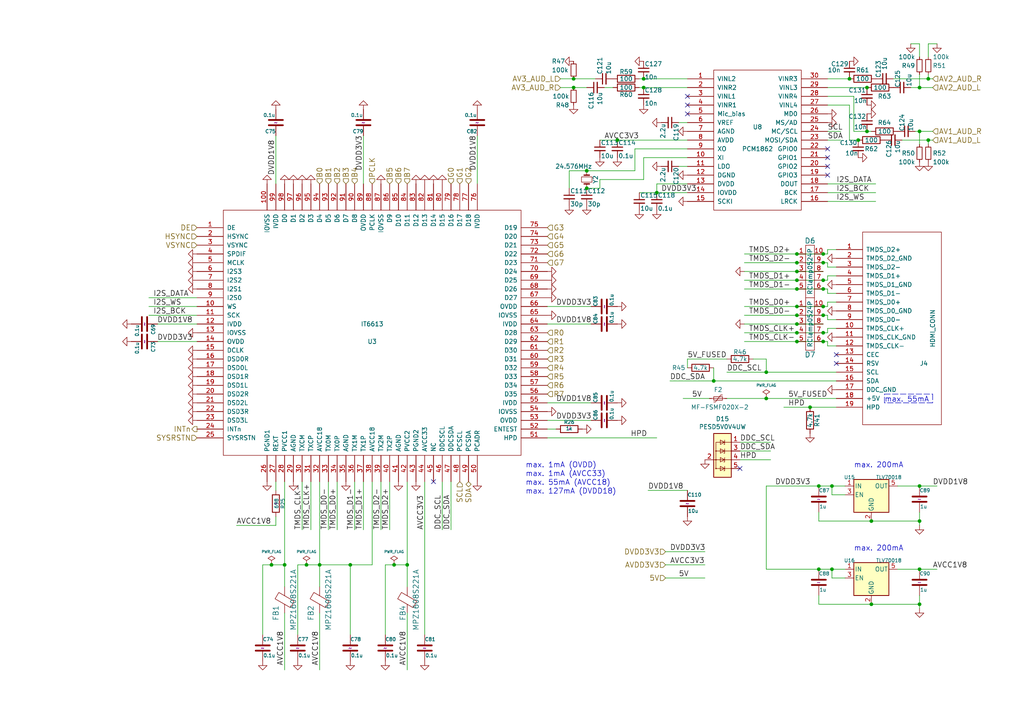
<source format=kicad_sch>
(kicad_sch (version 20211123) (generator eeschema)
  (paper "A4")
  (title_block (title "Open Source Scan Converter") (date "2023-05-18") (rev "1.8"))
  (junction (at 231.14 88.9))
  (junction (at 166.37 25.4))
  (junction (at 222.25 107.95))
  (junction (at 231.14 76.2))
  (junction (at 246.38 22.86))
  (junction (at 238.76 83.82))
  (junction (at 114.3 163.83))
  (junction (at 248.92 40.64))
  (junction (at 266.7 165.1))
  (junction (at 237.49 140.97))
  (junction (at 231.14 73.66))
  (junction (at 92.71 163.83))
  (junction (at 266.7 25.4))
  (junction (at 238.76 91.44))
  (junction (at 82.55 163.83))
  (junction (at 190.5 55.88))
  (junction (at 231.14 78.74))
  (junction (at 231.14 93.98))
  (junction (at 269.24 22.86))
  (junction (at 222.25 115.57))
  (junction (at 179.07 40.64))
  (junction (at 252.73 175.26))
  (junction (at 231.14 99.06))
  (junction (at 269.24 40.64))
  (junction (at 238.76 73.66))
  (junction (at 231.14 81.28))
  (junction (at 266.7 151.13))
  (junction (at 238.76 88.9))
  (junction (at 78.74 163.83))
  (junction (at 170.18 54.61))
  (junction (at 207.01 110.49))
  (junction (at 118.11 163.83))
  (junction (at 266.7 175.26))
  (junction (at 251.46 38.1))
  (junction (at 88.9 163.83))
  (junction (at 241.3 140.97))
  (junction (at 231.14 91.44))
  (junction (at 231.14 96.52))
  (junction (at 238.76 81.28))
  (junction (at 266.7 38.1))
  (junction (at 237.49 165.1))
  (junction (at 251.46 25.4))
  (junction (at 238.76 99.06))
  (junction (at 166.37 22.86))
  (junction (at 170.18 49.53))
  (junction (at 266.7 140.97))
  (junction (at 186.69 22.86))
  (junction (at 252.73 151.13))
  (junction (at 231.14 83.82))
  (junction (at 238.76 96.52))
  (junction (at 101.6 163.83))
  (junction (at 241.3 165.1))
  (junction (at 234.95 118.11))
  (junction (at 186.69 25.4))
  (junction (at 238.76 76.2))
  (no_connect (at 125.73 139.7))
  (no_connect (at 240.03 50.8))
  (no_connect (at 199.39 27.94))
  (no_connect (at 199.39 33.02))
  (no_connect (at 199.39 30.48))
  (no_connect (at 240.03 43.18))
  (no_connect (at 240.03 48.26))
  (no_connect (at 242.57 102.87))
  (no_connect (at 242.57 105.41))
  (no_connect (at 214.63 135.89))
  (no_connect (at 240.03 45.72))
  (wire (pts (xy 158.75 93.98) (xy 171.45 93.98)))
  (wire (pts (xy 204.47 160.02) (xy 193.04 160.02)))
  (wire (pts (xy 199.39 104.14) (xy 199.39 106.68)))
  (wire (pts (xy 101.6 163.83) (xy 101.6 184.15)))
  (wire (pts (xy 113.03 153.67) (xy 113.03 139.7)))
  (wire (pts (xy 266.7 148.59) (xy 266.7 151.13)))
  (wire (pts (xy 264.16 12.7) (xy 266.7 12.7)))
  (wire (pts (xy 92.71 139.7) (xy 92.71 163.83)))
  (wire (pts (xy 57.15 88.9) (xy 43.18 88.9)))
  (wire (pts (xy 240.03 40.64) (xy 243.84 40.64)))
  (wire (pts (xy 187.96 142.24) (xy 199.39 142.24)))
  (wire (pts (xy 222.25 165.1) (xy 222.25 140.97)))
  (wire (pts (xy 238.76 83.82) (xy 231.14 83.82)))
  (wire (pts (xy 241.3 165.1) (xy 241.3 167.64)))
  (wire (pts (xy 185.42 22.86) (xy 186.69 22.86)))
  (wire (pts (xy 158.75 116.84) (xy 171.45 116.84)))
  (wire (pts (xy 248.92 40.64) (xy 246.38 40.64)))
  (wire (pts (xy 86.36 163.83) (xy 88.9 163.83)))
  (wire (pts (xy 194.31 110.49) (xy 207.01 110.49)))
  (wire (pts (xy 118.11 177.8) (xy 118.11 194.31)))
  (wire (pts (xy 251.46 25.4) (xy 240.03 25.4)))
  (wire (pts (xy 238.76 88.9) (xy 240.03 88.9)))
  (wire (pts (xy 246.38 40.64) (xy 246.38 30.48)))
  (wire (pts (xy 238.76 73.66) (xy 231.14 73.66)))
  (wire (pts (xy 138.43 39.37) (xy 138.43 53.34)))
  (wire (pts (xy 76.2 163.83) (xy 76.2 184.15)))
  (wire (pts (xy 162.56 25.4) (xy 166.37 25.4)))
  (wire (pts (xy 266.7 12.7) (xy 266.7 16.51)))
  (wire (pts (xy 240.03 38.1) (xy 243.84 38.1)))
  (wire (pts (xy 238.76 91.44) (xy 231.14 91.44)))
  (wire (pts (xy 247.65 27.94) (xy 247.65 38.1)))
  (wire (pts (xy 184.15 49.53) (xy 170.18 49.53)))
  (wire (pts (xy 111.76 163.83) (xy 114.3 163.83)))
  (wire (pts (xy 266.7 172.72) (xy 266.7 175.26)))
  (wire (pts (xy 222.25 107.95) (xy 242.57 107.95)))
  (wire (pts (xy 92.71 163.83) (xy 101.6 163.83)))
  (wire (pts (xy 266.7 21.59) (xy 266.7 25.4)))
  (wire (pts (xy 190.5 53.34) (xy 190.5 55.88)))
  (wire (pts (xy 269.24 41.91) (xy 269.24 40.64)))
  (wire (pts (xy 57.15 91.44) (xy 43.18 91.44)))
  (wire (pts (xy 240.03 96.52) (xy 240.03 95.25)))
  (wire (pts (xy 215.9 76.2) (xy 231.14 76.2)))
  (wire (pts (xy 247.65 38.1) (xy 251.46 38.1)))
  (wire (pts (xy 110.49 153.67) (xy 110.49 139.7)))
  (wire (pts (xy 162.56 22.86) (xy 166.37 22.86)))
  (wire (pts (xy 87.63 153.67) (xy 87.63 139.7)))
  (wire (pts (xy 266.7 38.1) (xy 270.51 38.1)))
  (wire (pts (xy 210.82 115.57) (xy 222.25 115.57)))
  (wire (pts (xy 210.82 104.14) (xy 199.39 104.14)))
  (wire (pts (xy 204.47 163.83) (xy 193.04 163.83)))
  (polyline (pts (xy 270.51 116.84) (xy 256.54 116.84)))
  (polyline (pts (xy 256.54 116.84) (xy 256.54 114.3)))
  (wire (pts (xy 251.46 38.1) (xy 252.73 38.1)))
  (wire (pts (xy 172.72 22.86) (xy 166.37 22.86)))
  (wire (pts (xy 158.75 88.9) (xy 171.45 88.9)))
  (wire (pts (xy 266.7 38.1) (xy 265.43 38.1)))
  (wire (pts (xy 215.9 73.66) (xy 231.14 73.66)))
  (wire (pts (xy 130.81 153.67) (xy 130.81 139.7)))
  (wire (pts (xy 266.7 25.4) (xy 264.16 25.4)))
  (wire (pts (xy 238.76 73.66) (xy 240.03 73.66)))
  (wire (pts (xy 190.5 55.88) (xy 199.39 55.88)))
  (wire (pts (xy 238.76 96.52) (xy 240.03 96.52)))
  (wire (pts (xy 80.01 142.24) (xy 80.01 139.7)))
  (wire (pts (xy 266.7 165.1) (xy 271.78 165.1)))
  (wire (pts (xy 223.52 130.81) (xy 214.63 130.81)))
  (wire (pts (xy 158.75 121.92) (xy 171.45 121.92)))
  (wire (pts (xy 207.01 110.49) (xy 207.01 106.68)))
  (wire (pts (xy 97.79 153.67) (xy 97.79 139.7)))
  (wire (pts (xy 165.1 49.53) (xy 165.1 54.61)))
  (wire (pts (xy 215.9 96.52) (xy 231.14 96.52)))
  (wire (pts (xy 254 58.42) (xy 240.03 58.42)))
  (wire (pts (xy 92.71 177.8) (xy 92.71 194.31)))
  (wire (pts (xy 270.51 25.4) (xy 266.7 25.4)))
  (wire (pts (xy 266.7 175.26) (xy 266.7 176.53)))
  (wire (pts (xy 237.49 148.59) (xy 237.49 151.13)))
  (wire (pts (xy 102.87 153.67) (xy 102.87 139.7)))
  (wire (pts (xy 222.25 165.1) (xy 237.49 165.1)))
  (wire (pts (xy 90.17 153.67) (xy 90.17 139.7)))
  (wire (pts (xy 222.25 115.57) (xy 242.57 115.57)))
  (wire (pts (xy 80.01 39.37) (xy 80.01 53.34)))
  (wire (pts (xy 241.3 140.97) (xy 245.11 140.97)))
  (wire (pts (xy 237.49 140.97) (xy 241.3 140.97)))
  (wire (pts (xy 76.2 163.83) (xy 78.74 163.83)))
  (wire (pts (xy 186.69 45.72) (xy 186.69 52.07)))
  (wire (pts (xy 269.24 16.51) (xy 269.24 12.7)))
  (wire (pts (xy 254 55.88) (xy 240.03 55.88)))
  (wire (pts (xy 186.69 22.86) (xy 199.39 22.86)))
  (wire (pts (xy 207.01 110.49) (xy 242.57 110.49)))
  (wire (pts (xy 185.42 25.4) (xy 186.69 25.4)))
  (wire (pts (xy 260.35 165.1) (xy 266.7 165.1)))
  (wire (pts (xy 254 53.34) (xy 240.03 53.34)))
  (wire (pts (xy 186.69 25.4) (xy 199.39 25.4)))
  (wire (pts (xy 227.33 118.11) (xy 234.95 118.11)))
  (wire (pts (xy 118.11 139.7) (xy 118.11 163.83)))
  (wire (pts (xy 223.52 133.35) (xy 214.63 133.35)))
  (wire (pts (xy 57.15 86.36) (xy 43.18 86.36)))
  (wire (pts (xy 269.24 12.7) (xy 271.78 12.7)))
  (wire (pts (xy 240.03 100.33) (xy 242.57 100.33)))
  (wire (pts (xy 231.14 99.06) (xy 238.76 99.06)))
  (wire (pts (xy 78.74 163.83) (xy 82.55 163.83)))
  (wire (pts (xy 205.74 115.57) (xy 198.12 115.57)))
  (wire (pts (xy 269.24 22.86) (xy 259.08 22.86)))
  (wire (pts (xy 241.3 167.64) (xy 245.11 167.64)))
  (wire (pts (xy 190.5 53.34) (xy 199.39 53.34)))
  (wire (pts (xy 231.14 76.2) (xy 238.76 76.2)))
  (wire (pts (xy 270.51 40.64) (xy 269.24 40.64)))
  (wire (pts (xy 45.72 93.98) (xy 57.15 93.98)))
  (polyline (pts (xy 270.51 114.3) (xy 270.51 116.84)))
  (wire (pts (xy 68.58 152.4) (xy 80.01 152.4)))
  (wire (pts (xy 80.01 149.86) (xy 80.01 152.4)))
  (wire (pts (xy 92.71 163.83) (xy 92.71 170.18)))
  (wire (pts (xy 240.03 73.66) (xy 240.03 72.39)))
  (wire (pts (xy 234.95 118.11) (xy 242.57 118.11)))
  (wire (pts (xy 82.55 163.83) (xy 82.55 170.18)))
  (wire (pts (xy 105.41 153.67) (xy 105.41 139.7)))
  (wire (pts (xy 170.18 49.53) (xy 165.1 49.53)))
  (wire (pts (xy 240.03 99.06) (xy 240.03 100.33)))
  (wire (pts (xy 105.41 39.37) (xy 105.41 53.34)))
  (wire (pts (xy 240.03 87.63) (xy 242.57 87.63)))
  (wire (pts (xy 215.9 88.9) (xy 231.14 88.9)))
  (wire (pts (xy 223.52 128.27) (xy 214.63 128.27)))
  (wire (pts (xy 270.51 22.86) (xy 269.24 22.86)))
  (wire (pts (xy 240.03 85.09) (xy 242.57 85.09)))
  (wire (pts (xy 241.3 140.97) (xy 241.3 143.51)))
  (wire (pts (xy 269.24 21.59) (xy 269.24 22.86)))
  (wire (pts (xy 240.03 77.47) (xy 240.03 76.2)))
  (wire (pts (xy 240.03 92.71) (xy 242.57 92.71)))
  (wire (pts (xy 123.19 139.7) (xy 123.19 184.15)))
  (wire (pts (xy 240.03 83.82) (xy 240.03 85.09)))
  (wire (pts (xy 173.99 54.61) (xy 173.99 52.07)))
  (wire (pts (xy 215.9 81.28) (xy 231.14 81.28)))
  (wire (pts (xy 252.73 175.26) (xy 266.7 175.26)))
  (wire (pts (xy 95.25 153.67) (xy 95.25 139.7)))
  (wire (pts (xy 190.5 127) (xy 158.75 127)))
  (wire (pts (xy 260.35 140.97) (xy 266.7 140.97)))
  (wire (pts (xy 199.39 35.56) (xy 196.85 35.56)))
  (wire (pts (xy 184.15 43.18) (xy 184.15 49.53)))
  (wire (pts (xy 158.75 124.46) (xy 161.29 124.46)))
  (wire (pts (xy 215.9 91.44) (xy 231.14 91.44)))
  (wire (pts (xy 114.3 163.83) (xy 118.11 163.83)))
  (wire (pts (xy 101.6 163.83) (xy 107.95 163.83)))
  (wire (pts (xy 266.7 140.97) (xy 271.78 140.97)))
  (wire (pts (xy 193.04 167.64) (xy 204.47 167.64)))
  (wire (pts (xy 238.76 96.52) (xy 231.14 96.52)))
  (wire (pts (xy 237.49 175.26) (xy 252.73 175.26)))
  (wire (pts (xy 240.03 80.01) (xy 240.03 81.28)))
  (wire (pts (xy 179.07 40.64) (xy 199.39 40.64)))
  (wire (pts (xy 246.38 30.48) (xy 240.03 30.48)))
  (wire (pts (xy 240.03 91.44) (xy 240.03 92.71)))
  (wire (pts (xy 210.82 107.95) (xy 222.25 107.95)))
  (wire (pts (xy 170.18 25.4) (xy 166.37 25.4)))
  (wire (pts (xy 86.36 163.83) (xy 86.36 184.15)))
  (wire (pts (xy 222.25 140.97) (xy 237.49 140.97)))
  (polyline (pts (xy 256.54 114.3) (xy 270.51 114.3)))
  (wire (pts (xy 238.76 76.2) (xy 240.03 76.2)))
  (wire (pts (xy 45.72 99.06) (xy 57.15 99.06)))
  (wire (pts (xy 231.14 93.98) (xy 238.76 93.98)))
  (wire (pts (xy 261.62 40.64) (xy 269.24 40.64)))
  (wire (pts (xy 238.76 99.06) (xy 240.03 99.06)))
  (wire (pts (xy 215.9 99.06) (xy 231.14 99.06)))
  (wire (pts (xy 240.03 95.25) (xy 242.57 95.25)))
  (wire (pts (xy 240.03 72.39) (xy 242.57 72.39)))
  (wire (pts (xy 215.9 78.74) (xy 231.14 78.74)))
  (wire (pts (xy 199.39 43.18) (xy 184.15 43.18)))
  (wire (pts (xy 252.73 151.13) (xy 266.7 151.13)))
  (wire (pts (xy 237.49 151.13) (xy 252.73 151.13)))
  (wire (pts (xy 238.76 91.44) (xy 240.03 91.44)))
  (wire (pts (xy 118.11 163.83) (xy 118.11 170.18)))
  (wire (pts (xy 237.49 165.1) (xy 241.3 165.1)))
  (wire (pts (xy 111.76 163.83) (xy 111.76 184.15)))
  (wire (pts (xy 240.03 27.94) (xy 247.65 27.94)))
  (wire (pts (xy 107.95 163.83) (xy 107.95 139.7)))
  (wire (pts (xy 186.69 52.07) (xy 173.99 52.07)))
  (wire (pts (xy 231.14 88.9) (xy 238.76 88.9)))
  (wire (pts (xy 170.18 54.61) (xy 173.99 54.61)))
  (wire (pts (xy 242.57 77.47) (xy 240.03 77.47)))
  (wire (pts (xy 128.27 153.67) (xy 128.27 139.7)))
  (wire (pts (xy 240.03 88.9) (xy 240.03 87.63)))
  (wire (pts (xy 241.3 165.1) (xy 245.11 165.1)))
  (wire (pts (xy 246.38 22.86) (xy 240.03 22.86)))
  (wire (pts (xy 241.3 143.51) (xy 245.11 143.51)))
  (wire (pts (xy 242.57 80.01) (xy 240.03 80.01)))
  (wire (pts (xy 222.25 104.14) (xy 218.44 104.14)))
  (wire (pts (xy 238.76 81.28) (xy 240.03 81.28)))
  (wire (pts (xy 82.55 139.7) (xy 82.55 163.83)))
  (wire (pts (xy 199.39 48.26) (xy 196.85 48.26)))
  (wire (pts (xy 222.25 107.95) (xy 222.25 104.14)))
  (wire (pts (xy 173.99 40.64) (xy 179.07 40.64)))
  (wire (pts (xy 185.42 55.88) (xy 190.5 55.88)))
  (wire (pts (xy 266.7 151.13) (xy 266.7 152.4)))
  (wire (pts (xy 199.39 45.72) (xy 186.69 45.72)))
  (wire (pts (xy 238.76 83.82) (xy 240.03 83.82)))
  (wire (pts (xy 82.55 177.8) (xy 82.55 194.31)))
  (wire (pts (xy 238.76 78.74) (xy 231.14 78.74)))
  (wire (pts (xy 215.9 93.98) (xy 231.14 93.98)))
  (wire (pts (xy 215.9 83.82) (xy 231.14 83.82)))
  (wire (pts (xy 237.49 172.72) (xy 237.49 175.26)))
  (wire (pts (xy 266.7 38.1) (xy 266.7 41.91)))
  (wire (pts (xy 231.14 81.28) (xy 238.76 81.28)))
  (wire (pts (xy 177.8 25.4) (xy 175.26 25.4)))
  (wire (pts (xy 88.9 163.83) (xy 92.71 163.83)))
  (text "max. 200mA" (at 247.65 160.02 0) (effects (font (size 1.524 1.524)) (justify left bottom)))
  (text "max. 200mA" (at 247.65 135.89 0) (effects (font (size 1.524 1.524)) (justify left bottom)))
  (text "max. 1mA (AVCC33)" (at 152.4 138.43 0) (effects (font (size 1.524 1.524)) (justify left bottom)))
  (text "max. 127mA (DVDD18)" (at 152.4 143.51 0) (effects (font (size 1.524 1.524)) (justify left bottom)))
  (text "max. 1mA (OVDD)" (at 152.4 135.89 0) (effects (font (size 1.524 1.524)) (justify left bottom)))
  (text "max. 55mA" (at 256.54 116.84 0) (effects (font (size 1.524 1.524)) (justify left bottom)))
  (text "max. 55mA (AVCC18)" (at 152.4 140.97 0) (effects (font (size 1.524 1.524)) (justify left bottom)))
  (label "I2S_DATA" (at 242.57 53.34 0) (effects (font (size 1.524 1.524))))
  (label "SCL" (at 240.03 38.1 0) (effects (font (size 1.524 1.524))))
  (label "I2S_BCK" (at 44.45 91.44 0) (effects (font (size 1.524 1.524))))
  (label "5V" (at 200.66 115.57 0) (effects (font (size 1.524 1.524))))
  (label "DVDD3V3" (at 194.31 160.02 0) (effects (font (size 1.524 1.524))))
  (label "TMDS_D2+" (at 113.03 153.67 90) (effects (font (size 1.524 1.524))))
  (label "5V_FUSED" (at 199.39 104.14 0) (effects (font (size 1.524 1.524))))
  (label "DVDD3V3" (at 105.41 49.53 90) (effects (font (size 1.524 1.524))))
  (label "5V" (at 196.85 167.64 0) (effects (font (size 1.524 1.524))))
  (label "TMDS_D2-" (at 110.49 153.67 90) (effects (font (size 1.524 1.524))))
  (label "DVDD1V8" (at 270.51 140.97 0) (effects (font (size 1.524 1.524))))
  (label "I2S_WS" (at 242.57 58.42 0) (effects (font (size 1.524 1.524))))
  (label "TMDS_D0-" (at 217.17 91.44 0) (effects (font (size 1.524 1.524))))
  (label "TMDS_D0+" (at 217.17 88.9 0) (effects (font (size 1.524 1.524))))
  (label "AVCC1V8" (at 118.11 193.04 90) (effects (font (size 1.524 1.524))))
  (label "DDC_SCL" (at 210.82 107.95 0) (effects (font (size 1.524 1.524))))
  (label "AVCC3V3" (at 175.26 40.64 0) (effects (font (size 1.524 1.524))))
  (label "DVDD1V8" (at 80.01 50.8 90) (effects (font (size 1.524 1.524))))
  (label "AVCC1V8" (at 92.71 193.04 90) (effects (font (size 1.524 1.524))))
  (label "DVDD1V8" (at 138.43 49.53 90) (effects (font (size 1.524 1.524))))
  (label "I2S_DATA" (at 44.45 86.36 0) (effects (font (size 1.524 1.524))))
  (label "HPD" (at 182.88 127 0) (effects (font (size 1.524 1.524))))
  (label "DVDD3V3" (at 191.77 55.88 0) (effects (font (size 1.524 1.524))))
  (label "DVDD3V3" (at 55.88 99.06 180) (effects (font (size 1.524 1.524))))
  (label "TMDS_CLK-" (at 87.63 153.67 90) (effects (font (size 1.524 1.524))))
  (label "DDC_SDA" (at 194.31 110.49 0) (effects (font (size 1.524 1.524))))
  (label "TMDS_D1+" (at 105.41 153.67 90) (effects (font (size 1.524 1.524))))
  (label "TMDS_D0+" (at 97.79 153.67 90) (effects (font (size 1.524 1.524))))
  (label "DVDD3V3" (at 224.79 140.97 0) (effects (font (size 1.524 1.524))))
  (label "TMDS_CLK+" (at 90.17 153.67 90) (effects (font (size 1.524 1.524))))
  (label "TMDS_D2-" (at 217.17 76.2 0) (effects (font (size 1.524 1.524))))
  (label "AVCC1V8" (at 82.55 193.04 90) (effects (font (size 1.524 1.524))))
  (label "TMDS_D1+" (at 217.17 81.28 0) (effects (font (size 1.524 1.524))))
  (label "DVDD1V8" (at 187.96 142.24 0) (effects (font (size 1.524 1.524))))
  (label "AVCC3V3" (at 194.31 163.83 0) (effects (font (size 1.524 1.524))))
  (label "HPD" (at 228.6 118.11 0) (effects (font (size 1.524 1.524))))
  (label "DVDD3V3" (at 161.29 88.9 0) (effects (font (size 1.524 1.524))))
  (label "TMDS_CLK+" (at 217.17 96.52 0) (effects (font (size 1.524 1.524))))
  (label "TMDS_D0-" (at 95.25 153.67 90) (effects (font (size 1.524 1.524))))
  (label "SDA" (at 240.03 40.64 0) (effects (font (size 1.524 1.524))))
  (label "DDC_SDA" (at 214.63 130.81 0) (effects (font (size 1.524 1.524))))
  (label "DDC_SCL" (at 214.63 128.27 0) (effects (font (size 1.524 1.524))))
  (label "I2S_WS" (at 44.45 88.9 0) (effects (font (size 1.524 1.524))))
  (label "TMDS_D2+" (at 217.17 73.66 0) (effects (font (size 1.524 1.524))))
  (label "I2S_BCK" (at 242.57 55.88 0) (effects (font (size 1.524 1.524))))
  (label "DDC_SCL" (at 128.27 153.67 90) (effects (font (size 1.524 1.524))))
  (label "DVDD3V3" (at 161.29 121.92 0) (effects (font (size 1.524 1.524))))
  (label "TMDS_CLK-" (at 217.17 99.06 0) (effects (font (size 1.524 1.524))))
  (label "TMDS_D1-" (at 102.87 153.67 90) (effects (font (size 1.524 1.524))))
  (label "HPD" (at 214.63 133.35 0) (effects (font (size 1.524 1.524))))
  (label "DVDD1V8" (at 161.29 93.98 0) (effects (font (size 1.524 1.524))))
  (label "DDC_SDA" (at 130.81 153.67 90) (effects (font (size 1.524 1.524))))
  (label "AVCC1V8" (at 270.51 165.1 0) (effects (font (size 1.524 1.524))))
  (label "5V_FUSED" (at 228.6 115.57 0) (effects (font (size 1.524 1.524))))
  (label "DVDD1V8" (at 161.29 116.84 0) (effects (font (size 1.524 1.524))))
  (label "AVCC1V8" (at 68.58 152.4 0) (effects (font (size 1.524 1.524))))
  (label "DVDD1V8" (at 55.88 93.98 180) (effects (font (size 1.524 1.524))))
  (label "TMDS_D1-" (at 217.17 83.82 0) (effects (font (size 1.524 1.524))))
  (label "AVCC3V3" (at 123.19 153.67 90) (effects (font (size 1.524 1.524))))
  (hierarchical_label "AV2_AUD_R" (shape input) (at 270.51 22.86 0) (effects (font (size 1.524 1.524))))
  (hierarchical_label "B1" (shape input) (at 95.25 53.34 90) (effects (font (size 1.524 1.524))))
  (hierarchical_label "G5" (shape input) (at 158.75 71.12 0) (effects (font (size 1.524 1.524))))
  (hierarchical_label "R3" (shape input) (at 158.75 104.14 0) (effects (font (size 1.524 1.524))))
  (hierarchical_label "SYSRSTN" (shape input) (at 57.15 127 180) (effects (font (size 1.524 1.524))))
  (hierarchical_label "R7" (shape input) (at 158.75 114.3 0) (effects (font (size 1.524 1.524))))
  (hierarchical_label "DVDD3V3" (shape input) (at 193.04 160.02 180) (effects (font (size 1.524 1.524))))
  (hierarchical_label "SDA" (shape bidirectional) (at 135.89 139.7 270) (effects (font (size 1.524 1.524))))
  (hierarchical_label "AVDD3V3" (shape input) (at 193.04 163.83 180) (effects (font (size 1.524 1.524))))
  (hierarchical_label "B6" (shape input) (at 115.57 53.34 90) (effects (font (size 1.524 1.524))))
  (hierarchical_label "B7" (shape input) (at 118.11 53.34 90) (effects (font (size 1.524 1.524))))
  (hierarchical_label "B5" (shape input) (at 113.03 53.34 90) (effects (font (size 1.524 1.524))))
  (hierarchical_label "G6" (shape input) (at 158.75 73.66 0) (effects (font (size 1.524 1.524))))
  (hierarchical_label "SCL" (shape input) (at 133.35 139.7 270) (effects (font (size 1.524 1.524))))
  (hierarchical_label "G4" (shape input) (at 158.75 68.58 0) (effects (font (size 1.524 1.524))))
  (hierarchical_label "R2" (shape input) (at 158.75 101.6 0) (effects (font (size 1.524 1.524))))
  (hierarchical_label "PCLK" (shape input) (at 107.95 53.34 90) (effects (font (size 1.524 1.524))))
  (hierarchical_label "R0" (shape input) (at 158.75 96.52 0) (effects (font (size 1.524 1.524))))
  (hierarchical_label "DE" (shape input) (at 57.15 66.04 180) (effects (font (size 1.524 1.524))))
  (hierarchical_label "5V" (shape input) (at 193.04 167.64 180) (effects (font (size 1.524 1.524))))
  (hierarchical_label "AV2_AUD_L" (shape input) (at 270.51 25.4 0) (effects (font (size 1.524 1.524))))
  (hierarchical_label "R5" (shape input) (at 158.75 109.22 0) (effects (font (size 1.524 1.524))))
  (hierarchical_label "B2" (shape input) (at 97.79 53.34 90) (effects (font (size 1.524 1.524))))
  (hierarchical_label "INTn" (shape output) (at 57.15 124.46 180) (effects (font (size 1.524 1.524))))
  (hierarchical_label "AV1_AUD_L" (shape input) (at 270.51 40.64 0) (effects (font (size 1.524 1.524))))
  (hierarchical_label "R1" (shape input) (at 158.75 99.06 0) (effects (font (size 1.524 1.524))))
  (hierarchical_label "AV3_AUD_R" (shape input) (at 162.56 25.4 180) (effects (font (size 1.524 1.524))))
  (hierarchical_label "G1" (shape input) (at 133.35 53.34 90) (effects (font (size 1.524 1.524))))
  (hierarchical_label "G0" (shape input) (at 130.81 53.34 90) (effects (font (size 1.524 1.524))))
  (hierarchical_label "R4" (shape input) (at 158.75 106.68 0) (effects (font (size 1.524 1.524))))
  (hierarchical_label "B0" (shape input) (at 92.71 53.34 90) (effects (font (size 1.524 1.524))))
  (hierarchical_label "VSYNC" (shape input) (at 57.15 71.12 180) (effects (font (size 1.524 1.524))))
  (hierarchical_label "G3" (shape input) (at 158.75 66.04 0) (effects (font (size 1.524 1.524))))
  (hierarchical_label "HSYNC" (shape input) (at 57.15 68.58 180) (effects (font (size 1.524 1.524))))
  (hierarchical_label "R6" (shape input) (at 158.75 111.76 0) (effects (font (size 1.524 1.524))))
  (hierarchical_label "AV3_AUD_L" (shape input) (at 162.56 22.86 180) (effects (font (size 1.524 1.524))))
  (hierarchical_label "B4" (shape input) (at 102.87 53.34 90) (effects (font (size 1.524 1.524))))
  (hierarchical_label "B3" (shape input) (at 100.33 53.34 90) (effects (font (size 1.524 1.524))))
  (hierarchical_label "G2" (shape input) (at 135.89 53.34 90) (effects (font (size 1.524 1.524))))
  (hierarchical_label "G7" (shape input) (at 158.75 76.2 0) (effects (font (size 1.524 1.524))))
  (hierarchical_label "AV1_AUD_R" (shape input) (at 270.51 38.1 0) (effects (font (size 1.524 1.524))))
  (symbol (lib_id "custom_components:IT6613") (at 107.95 96.52 0) (unit 1)
    (property "Reference" "U3" (at 107.95 99.06 0))
    (property "Value" "IT6613" (at 107.95 93.98 0))
    (property "Footprint" "custom_components:TQFP-100_custom" (effects hide))
    (property "Datasheet" "DOCUMENTATION" (effects hide))
  )
  (symbol (lib_id "custom_components:HDMI_CONN") (at 261.62 95.25 0) (unit 1)
    (property "Reference" "J4" (at 267.97 105.41 0))
    (property "Value" "HDMI_CONN" (at 270.51 95.25 90))
    (property "Footprint" "custom_components:HDMI_CONN-10029449-111RLF" (effects hide))
    (property "Datasheet" "DOCUMENTATION" (effects hide))
    (property "Part ID" "10029449-111RLF" (effects hide))
  )
  (symbol (lib_id "Device:C") (at 76.2 187.96 0) (unit 1)
    (property "Reference" "C74" (at 76.2 185.42 0) (effects (font (size 1.016 1.016)) (justify left)))
    (property "Value" "0.1u" (at 76.3524 190.119 0) (effects (font (size 1.016 1.016)) (justify left)))
    (property "Footprint" "custom_components:SM0603_Capa_libcms" (effects hide))
    (property "Datasheet" "~" (at 76.2 187.96 0) (effects (font (size 1.524 1.524))))
  )
  (symbol (lib_id "Device:FerriteBead") (at 82.55 173.99 180) (unit 1)
    (property "Reference" "FB1" (at 80.01 177.8 90) (effects (font (size 1.524 1.524))))
    (property "Value" "MPZ1608S221A" (at 85.09 173.99 90) (effects (font (size 1.524 1.524))))
    (property "Footprint" "custom_components:SM0603_Resistor_libcms" (effects hide))
  )
  (symbol (lib_id "power:GND") (at 76.2 191.77 0) (unit 1)
    (property "Reference" "#PWR0162" (effects hide))
    (property "Value" "GND" (effects hide))
  )
  (symbol (lib_id "power:GND") (at 115.57 139.7 0) (unit 1)
    (property "Reference" "#PWR0163" (effects hide))
    (property "Value" "GND" (effects hide))
  )
  (symbol (lib_id "power:GND") (at 120.65 139.7 0) (unit 1)
    (property "Reference" "#PWR0164" (effects hide))
    (property "Value" "GND" (effects hide))
  )
  (symbol (lib_id "Device:C") (at 111.76 187.96 0) (unit 1)
    (property "Reference" "C80" (at 111.76 185.42 0) (effects (font (size 1.016 1.016)) (justify left)))
    (property "Value" "0.1u" (at 111.9124 190.119 0) (effects (font (size 1.016 1.016)) (justify left)))
    (property "Footprint" "custom_components:SM0603_Capa_libcms" (effects hide))
    (property "Datasheet" "~" (at 111.76 187.96 0) (effects (font (size 1.524 1.524))))
  )
  (symbol (lib_id "Device:FerriteBead") (at 118.11 173.99 180) (unit 1)
    (property "Reference" "FB4" (at 116.84 177.8 90) (effects (font (size 1.524 1.524))))
    (property "Value" "MPZ1608S221A" (at 120.65 173.99 90) (effects (font (size 1.524 1.524))))
    (property "Footprint" "custom_components:SM0603_Resistor_libcms" (effects hide))
  )
  (symbol (lib_id "power:GND") (at 111.76 191.77 0) (unit 1)
    (property "Reference" "#PWR0165" (effects hide))
    (property "Value" "GND" (effects hide))
  )
  (symbol (lib_id "Device:C") (at 86.36 187.96 0) (unit 1)
    (property "Reference" "C77" (at 86.36 185.42 0) (effects (font (size 1.016 1.016)) (justify left)))
    (property "Value" "0.1u" (at 86.5124 190.119 0) (effects (font (size 1.016 1.016)) (justify left)))
    (property "Footprint" "custom_components:SM0603_Capa_libcms" (effects hide))
    (property "Datasheet" "~" (at 86.36 187.96 0) (effects (font (size 1.524 1.524))))
  )
  (symbol (lib_id "Device:FerriteBead") (at 92.71 173.99 180) (unit 1)
    (property "Reference" "FB2" (at 90.17 177.8 90) (effects (font (size 1.524 1.524))))
    (property "Value" "MPZ1608S221A" (at 95.25 173.99 90) (effects (font (size 1.524 1.524))))
    (property "Footprint" "custom_components:SM0603_Resistor_libcms" (effects hide))
  )
  (symbol (lib_id "power:GND") (at 86.36 191.77 0) (unit 1)
    (property "Reference" "#PWR0166" (effects hide))
    (property "Value" "GND" (effects hide))
  )
  (symbol (lib_id "power:GND") (at 85.09 139.7 0) (unit 1)
    (property "Reference" "#PWR0167" (effects hide))
    (property "Value" "GND" (effects hide))
  )
  (symbol (lib_id "power:GND") (at 77.47 139.7 0) (unit 1)
    (property "Reference" "#PWR0168" (effects hide))
    (property "Value" "GND" (effects hide))
  )
  (symbol (lib_id "power:GND") (at 138.43 139.7 0) (unit 1)
    (property "Reference" "#PWR0169" (effects hide))
    (property "Value" "GND" (effects hide))
  )
  (symbol (lib_id "power:GND") (at 57.15 76.2 270) (unit 1)
    (property "Reference" "#PWR0170" (effects hide))
    (property "Value" "GND" (effects hide))
  )
  (symbol (lib_id "power:GND") (at 57.15 83.82 270) (unit 1)
    (property "Reference" "#PWR0171" (effects hide))
    (property "Value" "GND" (effects hide))
  )
  (symbol (lib_id "power:GND") (at 57.15 81.28 270) (unit 1)
    (property "Reference" "#PWR0172" (effects hide))
    (property "Value" "GND" (effects hide))
  )
  (symbol (lib_id "power:GND") (at 57.15 73.66 270) (unit 1)
    (property "Reference" "#PWR0173" (effects hide))
    (property "Value" "GND" (effects hide))
  )
  (symbol (lib_id "power:GND") (at 57.15 78.74 270) (unit 1)
    (property "Reference" "#PWR0174" (effects hide))
    (property "Value" "GND" (effects hide))
  )
  (symbol (lib_id "power:GND") (at 57.15 101.6 270) (unit 1)
    (property "Reference" "#PWR0175" (effects hide))
    (property "Value" "GND" (effects hide))
  )
  (symbol (lib_id "power:GND") (at 57.15 104.14 270) (unit 1)
    (property "Reference" "#PWR0176" (effects hide))
    (property "Value" "GND" (effects hide))
  )
  (symbol (lib_id "power:GND") (at 57.15 106.68 270) (unit 1)
    (property "Reference" "#PWR0177" (effects hide))
    (property "Value" "GND" (effects hide))
  )
  (symbol (lib_id "power:GND") (at 57.15 109.22 270) (unit 1)
    (property "Reference" "#PWR0178" (effects hide))
    (property "Value" "GND" (effects hide))
  )
  (symbol (lib_id "power:GND") (at 57.15 111.76 270) (unit 1)
    (property "Reference" "#PWR0179" (effects hide))
    (property "Value" "GND" (effects hide))
  )
  (symbol (lib_id "power:GND") (at 57.15 114.3 270) (unit 1)
    (property "Reference" "#PWR0180" (effects hide))
    (property "Value" "GND" (effects hide))
  )
  (symbol (lib_id "power:GND") (at 57.15 116.84 270) (unit 1)
    (property "Reference" "#PWR0181" (effects hide))
    (property "Value" "GND" (effects hide))
  )
  (symbol (lib_id "power:GND") (at 57.15 119.38 270) (unit 1)
    (property "Reference" "#PWR0182" (effects hide))
    (property "Value" "GND" (effects hide))
  )
  (symbol (lib_id "power:GND") (at 57.15 121.92 270) (unit 1)
    (property "Reference" "#PWR0183" (effects hide))
    (property "Value" "GND" (effects hide))
  )
  (symbol (lib_id "Device:R") (at 80.01 146.05 0) (unit 1)
    (property "Reference" "R25" (at 82.042 146.05 90) (effects (font (size 1.016 1.016))))
    (property "Value" "698" (at 80.1878 146.0246 90) (effects (font (size 1.016 1.016))))
    (property "Footprint" "custom_components:SM0603_Resistor_libcms" (effects hide))
    (property "Datasheet" "~" (at 80.01 146.05 0) (effects (font (size 0.762 0.762))))
  )
  (symbol (lib_id "power:GND") (at 57.15 96.52 270) (unit 1)
    (property "Reference" "#PWR0184" (effects hide))
    (property "Value" "GND" (effects hide))
  )
  (symbol (lib_id "power:GND") (at 100.33 139.7 0) (unit 1)
    (property "Reference" "#PWR0185" (effects hide))
    (property "Value" "GND" (effects hide))
  )
  (symbol (lib_id "Device:R") (at 165.1 124.46 90) (unit 1)
    (property "Reference" "R26" (at 165.1 122.428 90) (effects (font (size 1.016 1.016))))
    (property "Value" "1k" (at 165.0746 124.2822 90) (effects (font (size 1.016 1.016))))
    (property "Footprint" "custom_components:SM0603_Resistor_libcms" (effects hide))
    (property "Datasheet" "~" (at 165.1 124.46 0) (effects (font (size 0.762 0.762))))
  )
  (symbol (lib_id "power:GND") (at 168.91 124.46 90) (unit 1)
    (property "Reference" "#PWR0186" (effects hide))
    (property "Value" "GND" (effects hide))
  )
  (symbol (lib_id "power:GND") (at 158.75 119.38 90) (unit 1)
    (property "Reference" "#PWR0187" (effects hide))
    (property "Value" "GND" (effects hide))
  )
  (symbol (lib_id "power:GND") (at 158.75 91.44 90) (unit 1)
    (property "Reference" "#PWR0188" (effects hide))
    (property "Value" "GND" (effects hide))
  )
  (symbol (lib_id "Device:C") (at 175.26 116.84 90) (unit 1)
    (property "Reference" "C85" (at 172.72 116.84 0) (effects (font (size 1.016 1.016)) (justify left)))
    (property "Value" "0.1u" (at 177.419 116.6876 0) (effects (font (size 1.016 1.016)) (justify left)))
    (property "Footprint" "custom_components:SM0603_Capa_libcms" (effects hide))
    (property "Datasheet" "~" (at 175.26 116.84 0) (effects (font (size 1.524 1.524))))
  )
  (symbol (lib_id "Device:C") (at 175.26 93.98 90) (unit 1)
    (property "Reference" "C84" (at 172.72 93.98 0) (effects (font (size 1.016 1.016)) (justify left)))
    (property "Value" "0.1u" (at 177.419 93.8276 0) (effects (font (size 1.016 1.016)) (justify left)))
    (property "Footprint" "custom_components:SM0603_Capa_libcms" (effects hide))
    (property "Datasheet" "~" (at 175.26 93.98 0) (effects (font (size 1.524 1.524))))
  )
  (symbol (lib_id "Device:C") (at 138.43 35.56 180) (unit 1)
    (property "Reference" "C82" (at 138.43 38.1 0) (effects (font (size 1.016 1.016)) (justify left)))
    (property "Value" "0.1u" (at 138.2776 33.401 0) (effects (font (size 1.016 1.016)) (justify left)))
    (property "Footprint" "custom_components:SM0603_Capa_libcms" (effects hide))
    (property "Datasheet" "~" (at 138.43 35.56 0) (effects (font (size 1.524 1.524))))
  )
  (symbol (lib_id "power:GND") (at 110.49 53.34 180) (unit 1)
    (property "Reference" "#PWR0189" (effects hide))
    (property "Value" "GND" (effects hide))
  )
  (symbol (lib_id "power:GND") (at 77.47 53.34 180) (unit 1)
    (property "Reference" "#PWR0190" (effects hide))
    (property "Value" "GND" (effects hide))
  )
  (symbol (lib_id "Device:C") (at 80.01 35.56 180) (unit 1)
    (property "Reference" "C75" (at 80.01 38.1 0) (effects (font (size 1.016 1.016)) (justify left)))
    (property "Value" "0.1u" (at 79.8576 33.401 0) (effects (font (size 1.016 1.016)) (justify left)))
    (property "Footprint" "custom_components:SM0603_Capa_libcms" (effects hide))
    (property "Datasheet" "~" (at 80.01 35.56 0) (effects (font (size 1.524 1.524))))
  )
  (symbol (lib_id "Device:C") (at 41.91 93.98 270) (unit 1)
    (property "Reference" "C69" (at 44.45 93.98 0) (effects (font (size 1.016 1.016)) (justify left)))
    (property "Value" "0.1u" (at 39.751 94.1324 0) (effects (font (size 1.016 1.016)) (justify left)))
    (property "Footprint" "custom_components:SM0603_Capa_libcms" (effects hide))
    (property "Datasheet" "~" (at 41.91 93.98 0) (effects (font (size 1.524 1.524))))
  )
  (symbol (lib_id "Device:C") (at 41.91 99.06 270) (unit 1)
    (property "Reference" "C73" (at 44.45 99.06 0) (effects (font (size 1.016 1.016)) (justify left)))
    (property "Value" "0.1u" (at 39.751 99.2124 0) (effects (font (size 1.016 1.016)) (justify left)))
    (property "Footprint" "custom_components:SM0603_Capa_libcms" (effects hide))
    (property "Datasheet" "~" (at 41.91 99.06 0) (effects (font (size 1.524 1.524))))
  )
  (symbol (lib_id "Device:C") (at 175.26 121.92 90) (unit 1)
    (property "Reference" "C86" (at 172.72 121.92 0) (effects (font (size 1.016 1.016)) (justify left)))
    (property "Value" "0.1u" (at 177.419 121.7676 0) (effects (font (size 1.016 1.016)) (justify left)))
    (property "Footprint" "custom_components:SM0603_Capa_libcms" (effects hide))
    (property "Datasheet" "~" (at 175.26 121.92 0) (effects (font (size 1.524 1.524))))
  )
  (symbol (lib_id "Device:C") (at 175.26 88.9 90) (unit 1)
    (property "Reference" "C83" (at 172.72 88.9 0) (effects (font (size 1.016 1.016)) (justify left)))
    (property "Value" "0.1u" (at 177.419 88.7476 0) (effects (font (size 1.016 1.016)) (justify left)))
    (property "Footprint" "custom_components:SM0603_Capa_libcms" (effects hide))
    (property "Datasheet" "~" (at 175.26 88.9 0) (effects (font (size 1.524 1.524))))
  )
  (symbol (lib_id "Device:C") (at 105.41 35.56 180) (unit 1)
    (property "Reference" "C79" (at 105.41 38.1 0) (effects (font (size 1.016 1.016)) (justify left)))
    (property "Value" "0.1u" (at 105.2576 33.401 0) (effects (font (size 1.016 1.016)) (justify left)))
    (property "Footprint" "custom_components:SM0603_Capa_libcms" (effects hide))
    (property "Datasheet" "~" (at 105.41 35.56 0) (effects (font (size 1.524 1.524))))
  )
  (symbol (lib_id "Device:C") (at 101.6 187.96 0) (unit 1)
    (property "Reference" "C78" (at 101.6 185.42 0) (effects (font (size 1.016 1.016)) (justify left)))
    (property "Value" "0.1u" (at 101.7524 190.119 0) (effects (font (size 1.016 1.016)) (justify left)))
    (property "Footprint" "custom_components:SM0603_Capa_libcms" (effects hide))
    (property "Datasheet" "~" (at 101.6 187.96 0) (effects (font (size 1.524 1.524))))
  )
  (symbol (lib_id "power:GND") (at 101.6 191.77 0) (unit 1)
    (property "Reference" "#PWR0191" (effects hide))
    (property "Value" "GND" (effects hide))
  )
  (symbol (lib_id "Device:C") (at 123.19 187.96 0) (unit 1)
    (property "Reference" "C81" (at 123.19 185.42 0) (effects (font (size 1.016 1.016)) (justify left)))
    (property "Value" "0.1u" (at 123.3424 190.119 0) (effects (font (size 1.016 1.016)) (justify left)))
    (property "Footprint" "custom_components:SM0603_Capa_libcms" (effects hide))
    (property "Datasheet" "~" (at 123.19 187.96 0) (effects (font (size 1.524 1.524))))
  )
  (symbol (lib_id "power:GND") (at 123.19 191.77 0) (unit 1)
    (property "Reference" "#PWR0192" (effects hide))
    (property "Value" "GND" (effects hide))
  )
  (symbol (lib_id "power:GND") (at 242.57 113.03 270) (unit 1)
    (property "Reference" "#PWR0193" (effects hide))
    (property "Value" "GND" (effects hide))
  )
  (symbol (lib_id "power:GND") (at 242.57 74.93 270) (unit 1)
    (property "Reference" "#PWR0194" (effects hide))
    (property "Value" "GND" (effects hide))
  )
  (symbol (lib_id "power:GND") (at 242.57 82.55 270) (unit 1)
    (property "Reference" "#PWR0195" (effects hide))
    (property "Value" "GND" (effects hide))
  )
  (symbol (lib_id "power:GND") (at 242.57 90.17 270) (unit 1)
    (property "Reference" "#PWR0196" (effects hide))
    (property "Value" "GND" (effects hide))
  )
  (symbol (lib_id "power:GND") (at 242.57 97.79 270) (unit 1)
    (property "Reference" "#PWR0197" (effects hide))
    (property "Value" "GND" (effects hide))
  )
  (symbol (lib_id "Regulator_Linear:TLV70018_SOT23-5") (at 252.73 143.51 0) (unit 1)
    (property "Reference" "U15" (at 246.38 138.43 0) (effects (font (size 1.016 1.016))))
    (property "Value" "TLV70018" (at 257.81 138.43 0) (effects (font (size 1.016 1.016))))
    (property "Footprint" "custom_components:SOT-23-5_Handsoldering" (effects hide))
  )
  (symbol (lib_id "Device:C") (at 237.49 144.78 0) (unit 1)
    (property "Reference" "C87" (at 237.49 142.24 0) (effects (font (size 1.016 1.016)) (justify left)))
    (property "Value" "1u" (at 237.6424 146.939 0) (effects (font (size 1.016 1.016)) (justify left)))
    (property "Footprint" "custom_components:SM0603_Capa_libcms" (effects hide))
    (property "Datasheet" "~" (at 237.49 144.78 0) (effects (font (size 1.524 1.524))))
  )
  (symbol (lib_id "Device:C") (at 266.7 144.78 0) (unit 1)
    (property "Reference" "C89" (at 266.7 142.24 0) (effects (font (size 1.016 1.016)) (justify left)))
    (property "Value" "1u" (at 266.8524 146.939 0) (effects (font (size 1.016 1.016)) (justify left)))
    (property "Footprint" "custom_components:SM0603_Capa_libcms" (effects hide))
    (property "Datasheet" "~" (at 266.7 144.78 0) (effects (font (size 1.524 1.524))))
  )
  (symbol (lib_id "power:GND") (at 266.7 152.4 0) (unit 1)
    (property "Reference" "#PWR0198" (effects hide))
    (property "Value" "GND" (effects hide))
  )
  (symbol (lib_id "Regulator_Linear:TLV70018_SOT23-5") (at 252.73 167.64 0) (unit 1)
    (property "Reference" "U16" (at 246.38 162.56 0) (effects (font (size 1.016 1.016))))
    (property "Value" "TLV70018" (at 257.81 162.56 0) (effects (font (size 1.016 1.016))))
    (property "Footprint" "custom_components:SOT-23-5_Handsoldering" (effects hide))
  )
  (symbol (lib_id "Device:C") (at 237.49 168.91 0) (unit 1)
    (property "Reference" "C88" (at 237.49 166.37 0) (effects (font (size 1.016 1.016)) (justify left)))
    (property "Value" "1u" (at 237.6424 171.069 0) (effects (font (size 1.016 1.016)) (justify left)))
    (property "Footprint" "custom_components:SM0603_Capa_libcms" (effects hide))
    (property "Datasheet" "~" (at 237.49 168.91 0) (effects (font (size 1.524 1.524))))
  )
  (symbol (lib_id "Device:C") (at 266.7 168.91 0) (unit 1)
    (property "Reference" "C90" (at 266.7 166.37 0) (effects (font (size 1.016 1.016)) (justify left)))
    (property "Value" "1u" (at 266.8524 171.069 0) (effects (font (size 1.016 1.016)) (justify left)))
    (property "Footprint" "custom_components:SM0603_Capa_libcms" (effects hide))
    (property "Datasheet" "~" (at 266.7 168.91 0) (effects (font (size 1.524 1.524))))
  )
  (symbol (lib_id "power:GND") (at 266.7 176.53 0) (unit 1)
    (property "Reference" "#PWR0199" (effects hide))
    (property "Value" "GND" (effects hide))
  )
  (symbol (lib_id "power:GND") (at 179.07 121.92 90) (unit 1)
    (property "Reference" "#PWR0200" (effects hide))
    (property "Value" "GND" (effects hide))
  )
  (symbol (lib_id "power:GND") (at 179.07 116.84 90) (unit 1)
    (property "Reference" "#PWR0201" (effects hide))
    (property "Value" "GND" (effects hide))
  )
  (symbol (lib_id "power:GND") (at 179.07 93.98 90) (unit 1)
    (property "Reference" "#PWR0202" (effects hide))
    (property "Value" "GND" (effects hide))
  )
  (symbol (lib_id "power:GND") (at 179.07 88.9 90) (unit 1)
    (property "Reference" "#PWR0203" (effects hide))
    (property "Value" "GND" (effects hide))
  )
  (symbol (lib_id "power:GND") (at 38.1 93.98 270) (unit 1)
    (property "Reference" "#PWR0204" (effects hide))
    (property "Value" "GND" (effects hide))
  )
  (symbol (lib_id "power:GND") (at 38.1 99.06 270) (unit 1)
    (property "Reference" "#PWR0205" (effects hide))
    (property "Value" "GND" (effects hide))
  )
  (symbol (lib_id "power:GND") (at 80.01 31.75 180) (unit 1)
    (property "Reference" "#PWR0206" (effects hide))
    (property "Value" "GND" (effects hide))
  )
  (symbol (lib_id "power:GND") (at 105.41 31.75 180) (unit 1)
    (property "Reference" "#PWR0207" (effects hide))
    (property "Value" "GND" (effects hide))
  )
  (symbol (lib_id "power:GND") (at 138.43 31.75 180) (unit 1)
    (property "Reference" "#PWR0208" (effects hide))
    (property "Value" "GND" (effects hide))
  )
  (symbol (lib_id "power:PWR_FLAG") (at 78.74 163.83 0) (unit 1)
    (property "Reference" "#FLG0209" (effects hide))
    (property "Value" "PWR_FLAG" (at 78.74 160.02 0) (effects (font (size 0.762 0.762))))
  )
  (symbol (lib_id "power:PWR_FLAG") (at 88.9 163.83 0) (unit 1)
    (property "Reference" "#FLG0210" (effects hide))
    (property "Value" "PWR_FLAG" (at 88.9 160.02 0) (effects (font (size 0.762 0.762))))
  )
  (symbol (lib_id "power:PWR_FLAG") (at 114.3 163.83 0) (unit 1)
    (property "Reference" "#FLG0211" (effects hide))
    (property "Value" "PWR_FLAG" (at 114.3 160.02 0) (effects (font (size 0.762 0.762))))
  )
  (symbol (lib_id "power:GND") (at 82.55 53.34 180) (unit 1)
    (property "Reference" "#PWR0212" (effects hide))
    (property "Value" "GND" (effects hide))
  )
  (symbol (lib_id "power:GND") (at 85.09 53.34 180) (unit 1)
    (property "Reference" "#PWR0213" (effects hide))
    (property "Value" "GND" (effects hide))
  )
  (symbol (lib_id "power:GND") (at 87.63 53.34 180) (unit 1)
    (property "Reference" "#PWR0214" (effects hide))
    (property "Value" "GND" (effects hide))
  )
  (symbol (lib_id "power:GND") (at 90.17 53.34 180) (unit 1)
    (property "Reference" "#PWR0215" (effects hide))
    (property "Value" "GND" (effects hide))
  )
  (symbol (lib_id "power:GND") (at 120.65 53.34 180) (unit 1)
    (property "Reference" "#PWR0216" (effects hide))
    (property "Value" "GND" (effects hide))
  )
  (symbol (lib_id "power:GND") (at 123.19 53.34 180) (unit 1)
    (property "Reference" "#PWR0217" (effects hide))
    (property "Value" "GND" (effects hide))
  )
  (symbol (lib_id "power:GND") (at 125.73 53.34 180) (unit 1)
    (property "Reference" "#PWR0218" (effects hide))
    (property "Value" "GND" (effects hide))
  )
  (symbol (lib_id "power:GND") (at 128.27 53.34 180) (unit 1)
    (property "Reference" "#PWR0219" (effects hide))
    (property "Value" "GND" (effects hide))
  )
  (symbol (lib_id "power:GND") (at 158.75 78.74 90) (unit 1)
    (property "Reference" "#PWR0220" (effects hide))
    (property "Value" "GND" (effects hide))
  )
  (symbol (lib_id "power:GND") (at 158.75 81.28 90) (unit 1)
    (property "Reference" "#PWR0221" (effects hide))
    (property "Value" "GND" (effects hide))
  )
  (symbol (lib_id "power:GND") (at 158.75 83.82 90) (unit 1)
    (property "Reference" "#PWR0222" (effects hide))
    (property "Value" "GND" (effects hide))
  )
  (symbol (lib_id "power:GND") (at 158.75 86.36 90) (unit 1)
    (property "Reference" "#PWR0223" (effects hide))
    (property "Value" "GND" (effects hide))
  )
  (symbol (lib_id "Device:C") (at 199.39 146.05 0) (unit 1)
    (property "Reference" "C110" (at 199.39 143.51 0) (effects (font (size 1.016 1.016)) (justify left)))
    (property "Value" "10u" (at 199.5424 148.209 0) (effects (font (size 1.016 1.016)) (justify left)))
    (property "Footprint" "custom_components:SM0603_Capa_libcms" (effects hide))
    (property "Datasheet" "~" (at 199.39 146.05 0) (effects (font (size 1.524 1.524))))
  )
  (symbol (lib_id "power:GND") (at 199.39 149.86 0) (unit 1)
    (property "Reference" "#PWR0224" (effects hide))
    (property "Value" "GND" (effects hide))
  )
  (symbol (lib_id "Device:R") (at 234.95 121.92 0) (unit 1)
    (property "Reference" "R41" (at 236.982 121.92 90))
    (property "Value" "4.7k" (at 234.95 121.92 90))
    (property "Footprint" "custom_components:SM0603_Resistor_libcms" (effects hide))
  )
  (symbol (lib_id "power:GND") (at 234.95 125.73 0) (unit 1)
    (property "Reference" "#PWR0225" (effects hide))
    (property "Value" "GND" (effects hide))
  )
  (symbol (lib_id "Device:R") (at 214.63 104.14 90) (unit 1)
    (property "Reference" "R46" (at 214.63 102.108 90))
    (property "Value" "4.7k" (at 214.63 104.14 90))
    (property "Footprint" "custom_components:SM0603_Resistor_libcms" (effects hide))
  )
  (symbol (lib_id "Device:R") (at 203.2 106.68 90) (unit 1)
    (property "Reference" "R45" (at 196.85 106.68 90))
    (property "Value" "4.7k" (at 203.2 106.68 90))
    (property "Footprint" "custom_components:SM0603_Resistor_libcms" (effects hide))
  )
  (symbol (lib_id "Device:Polyfuse_Small") (at 208.28 115.57 90) (unit 1)
    (property "Reference" "F2" (at 209.55 113.03 90) (effects (justify left)))
    (property "Value" "MF-FSMF020X-2" (at 217.17 118.11 90) (effects (justify left)))
    (property "Footprint" "custom_components:SM0603_Resistor_libcms" (effects hide))
  )
  (symbol (lib_id "power:PWR_FLAG") (at 222.25 115.57 0) (unit 1)
    (property "Reference" "#FLG0226" (effects hide))
    (property "Value" "PWR_FLAG" (at 222.25 111.76 0) (effects (font (size 0.762 0.762))))
  )
  (symbol (lib_id "custom_components:PCM1862") (at 219.71 34.29 0) (unit 1)
    (property "Reference" "U8" (at 219.71 36.83 0))
    (property "Value" "PCM1862" (at 219.71 43.18 0))
    (property "Footprint" "custom_components:TSSOP-30_4.4x7.8mm_Pitch0.5mm_Handsoldering" (effects hide))
    (property "Datasheet" "DOCUMENTATION" (effects hide))
  )
  (symbol (lib_id "Device:C_Small") (at 185.42 58.42 0) (unit 1)
    (property "Reference" "C115" (at 185.674 56.642 0) (effects (justify left)))
    (property "Value" "10u" (at 185.674 60.452 0) (effects (justify left)))
    (property "Footprint" "custom_components:SM0603_Capa_libcms" (effects hide))
  )
  (symbol (lib_id "Device:C_Small") (at 190.5 58.42 0) (unit 1)
    (property "Reference" "C118" (at 190.754 56.642 0) (effects (justify left)))
    (property "Value" "0.1u" (at 190.754 60.452 0) (effects (justify left)))
    (property "Footprint" "custom_components:SM0603_Capa_libcms" (effects hide))
  )
  (symbol (lib_id "power:GND") (at 190.5 60.96 0) (unit 1)
    (property "Reference" "#PWR0227" (effects hide))
    (property "Value" "GND" (effects hide))
  )
  (symbol (lib_id "power:GND") (at 185.42 60.96 0) (unit 1)
    (property "Reference" "#PWR0228" (effects hide))
    (property "Value" "GND" (effects hide))
  )
  (symbol (lib_id "power:GND") (at 199.39 58.42 270) (unit 1)
    (property "Reference" "#PWR0229" (effects hide))
    (property "Value" "GND" (effects hide))
  )
  (symbol (lib_id "power:GND") (at 199.39 50.8 270) (unit 1)
    (property "Reference" "#PWR0230" (effects hide))
    (property "Value" "GND" (effects hide))
  )
  (symbol (lib_id "power:GND") (at 240.03 35.56 90) (unit 1)
    (property "Reference" "#PWR0231" (effects hide))
    (property "Value" "GND" (effects hide))
  )
  (symbol (lib_id "power:GND") (at 240.03 33.02 90) (unit 1)
    (property "Reference" "#PWR0232" (effects hide))
    (property "Value" "GND" (effects hide))
  )
  (symbol (lib_id "Device:C_Small") (at 194.31 48.26 270) (unit 1)
    (property "Reference" "C120" (at 196.088 48.514 0) (effects (justify left)))
    (property "Value" "2.2u" (at 192.278 48.514 0) (effects (justify left)))
    (property "Footprint" "custom_components:SM0603_Capa_libcms" (effects hide))
  )
  (symbol (lib_id "power:GND") (at 191.77 48.26 270) (unit 1)
    (property "Reference" "#PWR0233" (effects hide))
    (property "Value" "GND" (effects hide))
  )
  (symbol (lib_id "Device:C_Small") (at 194.31 35.56 270) (unit 1)
    (property "Reference" "C119" (at 196.088 35.814 0) (effects (justify left)))
    (property "Value" "2.2u" (at 192.278 35.814 0) (effects (justify left)))
    (property "Footprint" "custom_components:SM0603_Capa_libcms" (effects hide))
  )
  (symbol (lib_id "power:GND") (at 191.77 35.56 270) (mirror x) (unit 1)
    (property "Reference" "#PWR0234" (effects hide))
    (property "Value" "GND" (effects hide))
  )
  (symbol (lib_id "power:GND") (at 199.39 38.1 270) (mirror x) (unit 1)
    (property "Reference" "#PWR0235" (effects hide))
    (property "Value" "GND" (effects hide))
  )
  (symbol (lib_id "Device:C_Small") (at 173.99 43.18 0) (unit 1)
    (property "Reference" "C113" (at 174.244 41.402 0) (effects (justify left)))
    (property "Value" "10u" (at 174.244 45.212 0) (effects (justify left)))
    (property "Footprint" "custom_components:SM0603_Capa_libcms" (effects hide))
  )
  (symbol (lib_id "Device:C_Small") (at 179.07 43.18 0) (unit 1)
    (property "Reference" "C114" (at 179.324 41.402 0) (effects (justify left)))
    (property "Value" "0.1u" (at 179.324 45.212 0) (effects (justify left)))
    (property "Footprint" "custom_components:SM0603_Capa_libcms" (effects hide))
  )
  (symbol (lib_id "power:GND") (at 179.07 45.72 0) (unit 1)
    (property "Reference" "#PWR0236" (effects hide))
    (property "Value" "GND" (effects hide))
  )
  (symbol (lib_id "power:GND") (at 173.99 45.72 0) (unit 1)
    (property "Reference" "#PWR0237" (effects hide))
    (property "Value" "GND" (effects hide))
  )
  (symbol (lib_id "Device:Crystal_Small") (at 170.18 52.07 270) (unit 1)
    (property "Reference" "Y2" (at 172.72 52.07 0))
    (property "Value" "24.576MHz" (at 166.37 48.26 90))
    (property "Footprint" "custom_components:ECS-3X9X" (effects hide))
  )
  (symbol (lib_id "Device:C_Small") (at 170.18 57.15 0) (unit 1)
    (property "Reference" "C112" (at 170.434 55.372 0) (effects (justify left)))
    (property "Value" "30p" (at 170.434 59.182 0) (effects (justify left)))
    (property "Footprint" "custom_components:SM0603_Capa_libcms" (effects hide))
  )
  (symbol (lib_id "Device:C_Small") (at 165.1 57.15 0) (unit 1)
    (property "Reference" "C111" (at 165.354 55.372 0) (effects (justify left)))
    (property "Value" "30p" (at 165.354 59.182 0) (effects (justify left)))
    (property "Footprint" "custom_components:SM0603_Capa_libcms" (effects hide))
  )
  (symbol (lib_id "power:GND") (at 165.1 59.69 0) (unit 1)
    (property "Reference" "#PWR0238" (effects hide))
    (property "Value" "GND" (effects hide))
  )
  (symbol (lib_id "power:GND") (at 170.18 59.69 0) (unit 1)
    (property "Reference" "#PWR0239" (effects hide))
    (property "Value" "GND" (effects hide))
  )
  (symbol (lib_id "Device:C_Small") (at 175.26 22.86 90) (unit 1)
    (property "Reference" "C121" (at 173.99 21.59 0) (effects (justify left)))
    (property "Value" "10u" (at 176.53 21.59 0) (effects (justify left)))
    (property "Footprint" "custom_components:SM0603_Capa_libcms" (effects hide))
  )
  (symbol (lib_id "Device:C_Small") (at 172.72 25.4 90) (unit 1)
    (property "Reference" "C116" (at 171.45 31.75 0) (effects (justify left)))
    (property "Value" "10u" (at 173.99 30.48 0) (effects (justify left)))
    (property "Footprint" "custom_components:SM0603_Capa_libcms" (effects hide))
  )
  (symbol (lib_id "Device:C_Small") (at 256.54 22.86 90) (unit 1)
    (property "Reference" "C123" (at 254.762 22.606 0) (effects (justify left)))
    (property "Value" "10u" (at 256.54 20.32 0) (effects (justify left)))
    (property "Footprint" "custom_components:SM0603_Capa_libcms" (effects hide))
  )
  (symbol (lib_id "Device:C_Small") (at 261.62 25.4 90) (unit 1)
    (property "Reference" "C125" (at 260.35 25.4 0) (effects (justify left)))
    (property "Value" "10u" (at 263.652 25.146 0) (effects (justify left)))
    (property "Footprint" "custom_components:SM0603_Capa_libcms" (effects hide))
  )
  (symbol (lib_id "Device:C_Small") (at 262.89 38.1 90) (unit 1)
    (property "Reference" "C124" (at 261.62 38.1 0) (effects (justify left)))
    (property "Value" "10u" (at 264.16 38.1 0) (effects (justify left)))
    (property "Footprint" "custom_components:SM0603_Capa_libcms" (effects hide))
  )
  (symbol (lib_id "Device:C_Small") (at 259.08 40.64 90) (unit 1)
    (property "Reference" "C126" (at 257.81 45.72 0) (effects (justify left)))
    (property "Value" "10u" (at 260.35 44.45 0) (effects (justify left)))
    (property "Footprint" "custom_components:SM0603_Capa_libcms" (effects hide))
  )
  (symbol (lib_id "custom_components:RClamp0524P") (at 234.95 78.74 0) (unit 1)
    (property "Reference" "D6" (at 234.95 69.85 0) (effects (font (size 1.524 1.524))))
    (property "Value" "RClamp0524P" (at 234.95 78.74 90))
    (property "Footprint" "custom_components:SLP2510P8" (effects hide))
  )
  (symbol (lib_id "custom_components:RClamp0524P") (at 234.95 93.98 0) (unit 1)
    (property "Reference" "D7" (at 234.95 102.87 0) (effects (font (size 1.524 1.524))))
    (property "Value" "RClamp0524P" (at 234.95 93.98 90))
    (property "Footprint" "custom_components:SLP2510P8" (effects hide))
  )
  (symbol (lib_id "power:GND") (at 215.9 78.74 270) (unit 1)
    (property "Reference" "#PWR0240" (effects hide))
    (property "Value" "GND" (effects hide))
  )
  (symbol (lib_id "power:GND") (at 215.9 93.98 270) (unit 1)
    (property "Reference" "#PWR0241" (effects hide))
    (property "Value" "GND" (effects hide))
  )
  (symbol (lib_id "Device:R_Small") (at 166.37 27.94 180) (unit 1)
    (property "Reference" "R48" (at 165.1 30.48 0) (effects (justify left)))
    (property "Value" "100k" (at 165.1 27.94 0) (effects (justify left)))
    (property "Footprint" "custom_components:SM0603_Resistor_libcms" (effects hide))
  )
  (symbol (lib_id "Device:R_Small") (at 166.37 20.32 0) (unit 1)
    (property "Reference" "R47" (at 160.02 17.78 0) (effects (justify left)))
    (property "Value" "100k" (at 160.02 20.32 0) (effects (justify left)))
    (property "Footprint" "custom_components:SM0603_Resistor_libcms" (effects hide))
  )
  (symbol (lib_id "power:GND") (at 166.37 30.48 0) (mirror y) (unit 1)
    (property "Reference" "#PWR0244" (effects hide))
    (property "Value" "GND" (effects hide))
  )
  (symbol (lib_id "power:GND") (at 166.37 17.78 270) (mirror x) (unit 1)
    (property "Reference" "#PWR0245" (effects hide))
    (property "Value" "GND" (effects hide))
  )
  (symbol (lib_id "Device:R_Small") (at 269.24 44.45 0) (unit 1)
    (property "Reference" "R52" (at 270.51 44.45 0) (effects (justify left)))
    (property "Value" "100k" (at 270.51 46.99 0) (effects (justify left)))
    (property "Footprint" "custom_components:SM0603_Resistor_libcms" (effects hide))
  )
  (symbol (lib_id "power:GND") (at 269.24 46.99 0) (unit 1)
    (property "Reference" "#PWR0246" (effects hide))
    (property "Value" "GND" (effects hide))
  )
  (symbol (lib_id "Device:R_Small") (at 266.7 19.05 180) (unit 1)
    (property "Reference" "R49" (at 265.43 19.05 0) (effects (justify left)))
    (property "Value" "100k" (at 265.43 16.51 0) (effects (justify left)))
    (property "Footprint" "custom_components:SM0603_Resistor_libcms" (effects hide))
  )
  (symbol (lib_id "Device:R_Small") (at 269.24 19.05 0) (unit 1)
    (property "Reference" "R51" (at 270.51 19.05 0) (effects (justify left)))
    (property "Value" "100k" (at 270.51 16.51 0) (effects (justify left)))
    (property "Footprint" "custom_components:SM0603_Resistor_libcms" (effects hide))
  )
  (symbol (lib_id "Device:R_Small") (at 266.7 44.45 180) (unit 1)
    (property "Reference" "R50" (at 265.43 44.45 0) (effects (justify left)))
    (property "Value" "100k" (at 265.43 46.99 0) (effects (justify left)))
    (property "Footprint" "custom_components:SM0603_Resistor_libcms" (effects hide))
  )
  (symbol (lib_id "power:GND") (at 266.7 46.99 0) (unit 1)
    (property "Reference" "#PWR0247" (effects hide))
    (property "Value" "GND" (effects hide))
  )
  (symbol (lib_id "power:GND") (at 264.16 12.7 0) (unit 1)
    (property "Reference" "#PWR0248" (effects hide))
    (property "Value" "GND" (effects hide))
  )
  (symbol (lib_id "power:GND") (at 271.78 12.7 0) (unit 1)
    (property "Reference" "#PWR0249" (effects hide))
    (property "Value" "GND" (effects hide))
  )
  (symbol (lib_id "custom_components:PESD5V0V4UW") (at 209.55 133.35 270) (unit 1)
    (property "Reference" "D15" (at 209.55 121.4882 90))
    (property "Value" "PESD5V0V4UW" (at 209.55 123.7996 90))
    (property "Footprint" "Package_TO_SOT_SMD:SOT-665" (effects hide))
  )
  (symbol (lib_id "power:GND") (at 204.47 133.35 0) (unit 1)
    (property "Reference" "#PWR0253" (effects hide))
    (property "Value" "GND" (effects hide))
  )
  (symbol (lib_id "Device:R") (at 181.61 22.86 90) (unit 1)
    (property "Reference" "R59" (at 181.61 20.828 90))
    (property "Value" "100" (at 181.61 22.86 90))
    (property "Footprint" "custom_components:SM0603_Resistor_libcms" (effects hide))
  )
  (symbol (lib_id "Device:R") (at 181.61 25.4 270) (unit 1)
    (property "Reference" "R60" (at 181.61 27.432 90))
    (property "Value" "100" (at 181.61 25.4 90))
    (property "Footprint" "custom_components:SM0603_Resistor_libcms" (effects hide))
  )
  (symbol (lib_id "Device:C_Small") (at 186.69 27.94 0) (unit 1)
    (property "Reference" "C128" (at 186.944 26.162 0) (effects (justify left)))
    (property "Value" "10n" (at 186.944 29.972 0) (effects (justify left)))
    (property "Footprint" "custom_components:SM0603_Capa_libcms" (effects hide))
  )
  (symbol (lib_id "Device:C_Small") (at 186.69 20.32 0) (unit 1)
    (property "Reference" "C127" (at 186.944 18.542 0) (effects (justify left)))
    (property "Value" "10n" (at 186.944 22.352 0) (effects (justify left)))
    (property "Footprint" "custom_components:SM0603_Capa_libcms" (effects hide))
  )
  (symbol (lib_id "power:GND") (at 186.69 30.48 0) (mirror y) (unit 1)
    (property "Reference" "#PWR0252" (effects hide))
    (property "Value" "GND" (effects hide))
  )
  (symbol (lib_id "power:GND") (at 186.69 17.78 270) (mirror x) (unit 1)
    (property "Reference" "#PWR0251" (effects hide))
    (property "Value" "GND" (effects hide))
  )
  (symbol (lib_id "Device:R") (at 250.19 22.86 90) (mirror x) (unit 1)
    (property "Reference" "R61" (at 250.19 20.32 90))
    (property "Value" "100" (at 250.19 22.86 90))
    (property "Footprint" "custom_components:SM0603_Resistor_libcms" (effects hide))
  )
  (symbol (lib_id "Device:C_Small") (at 246.38 20.32 0) (mirror y) (unit 1)
    (property "Reference" "C129" (at 246.126 18.542 0) (effects (justify left)))
    (property "Value" "10n" (at 243.84 20.32 0) (effects (justify left)))
    (property "Footprint" "custom_components:SM0603_Capa_libcms" (effects hide))
  )
  (symbol (lib_id "power:GND") (at 246.38 17.78 90) (mirror x) (unit 1)
    (property "Reference" "#PWR0255" (effects hide))
    (property "Value" "GND" (effects hide))
  )
  (symbol (lib_id "Device:C_Small") (at 251.46 27.94 0) (mirror y) (unit 1)
    (property "Reference" "C131" (at 251.206 26.162 0) (effects (justify left)))
    (property "Value" "10n" (at 251.46 29.21 0) (effects (justify left)))
    (property "Footprint" "custom_components:SM0603_Capa_libcms" (effects hide))
  )
  (symbol (lib_id "Device:R") (at 255.27 25.4 90) (mirror x) (unit 1)
    (property "Reference" "R63" (at 256.54 27.94 90))
    (property "Value" "100" (at 255.27 25.4 90))
    (property "Footprint" "custom_components:SM0603_Resistor_libcms" (effects hide))
  )
  (symbol (lib_id "power:GND") (at 251.46 30.48 90) (mirror x) (unit 1)
    (property "Reference" "#PWR0257" (effects hide))
    (property "Value" "GND" (effects hide))
  )
  (symbol (lib_id "Device:R") (at 252.73 40.64 90) (mirror x) (unit 1)
    (property "Reference" "R62" (at 252.73 43.18 90))
    (property "Value" "100" (at 252.73 40.64 90))
    (property "Footprint" "custom_components:SM0603_Resistor_libcms" (effects hide))
  )
  (symbol (lib_id "Device:R") (at 256.54 38.1 90) (mirror x) (unit 1)
    (property "Reference" "R64" (at 256.54 35.56 90))
    (property "Value" "100" (at 256.54 38.1 90))
    (property "Footprint" "custom_components:SM0603_Resistor_libcms" (effects hide))
  )
  (symbol (lib_id "Device:C_Small") (at 248.92 43.18 0) (mirror y) (unit 1)
    (property "Reference" "C130" (at 248.666 41.402 0) (effects (justify left)))
    (property "Value" "10n" (at 248.92 44.45 0) (effects (justify left)))
    (property "Footprint" "custom_components:SM0603_Capa_libcms" (effects hide))
  )
  (symbol (lib_id "power:GND") (at 248.92 45.72 90) (mirror x) (unit 1)
    (property "Reference" "#PWR0256" (effects hide))
    (property "Value" "GND" (effects hide))
  )
  (symbol (lib_id "Device:C_Small") (at 251.46 35.56 0) (mirror y) (unit 1)
    (property "Reference" "C132" (at 251.206 33.782 0) (effects (justify left)))
    (property "Value" "10n" (at 251.46 36.83 0) (effects (justify left)))
    (property "Footprint" "custom_components:SM0603_Capa_libcms" (effects hide))
  )
  (symbol (lib_id "power:GND") (at 251.46 33.02 90) (mirror x) (unit 1)
    (property "Reference" "#PWR0258" (effects hide))
    (property "Value" "GND" (effects hide))
  )
)
</source>
